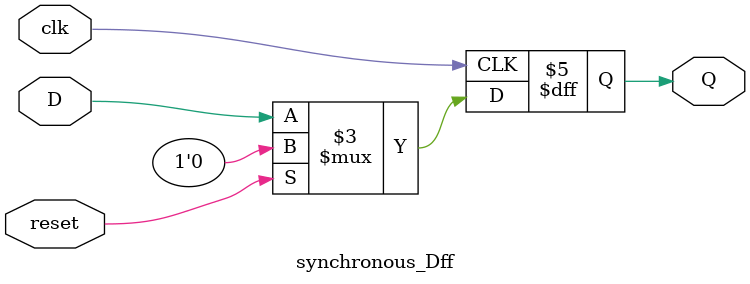
<source format=v>
`timescale 1ns / 1ps


module synchronous_Dff(D,clk,reset,Q);
input D,clk,reset;
output reg Q;

always @(posedge clk)
begin
    if(reset)
        Q=0;
    else
        Q=D;
end
endmodule

</source>
